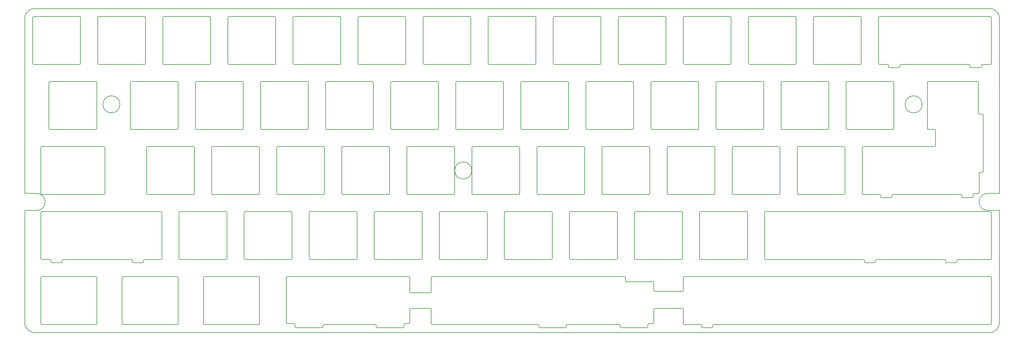
<source format=gbr>
G04 #@! TF.GenerationSoftware,KiCad,Pcbnew,(5.1.4)-1*
G04 #@! TF.CreationDate,2020-11-16T22:26:03-05:00*
G04 #@! TF.ProjectId,DZ60 FR4 Plate,445a3630-2046-4523-9420-506c6174652e,rev?*
G04 #@! TF.SameCoordinates,Original*
G04 #@! TF.FileFunction,Profile,NP*
%FSLAX46Y46*%
G04 Gerber Fmt 4.6, Leading zero omitted, Abs format (unit mm)*
G04 Created by KiCad (PCBNEW (5.1.4)-1) date 2020-11-16 22:26:03*
%MOMM*%
%LPD*%
G04 APERTURE LIST*
%ADD10C,0.200000*%
G04 APERTURE END LIST*
D10*
X279801000Y47191099D02*
X280450000Y47191099D01*
X282001622Y35991400D02*
X285470000Y35991400D01*
X282001622Y40991000D02*
X285470000Y40991000D01*
X112513000Y16593000D02*
G75*
G02X112813000Y16293000I0J-300000D01*
G01*
X76976999Y2822219D02*
G75*
G02X76676999Y3122219I0J300000D01*
G01*
X76676999Y16293000D02*
G75*
G02X76976999Y16593000I300000J0D01*
G01*
X278980000Y73742899D02*
G75*
G02X279280000Y73442899I0J-300000D01*
G01*
X278069000Y73742900D02*
X278980000Y73742899D01*
X279279999Y72193000D02*
X279280000Y73442899D01*
X149483000Y16593000D02*
X157512000Y16593000D01*
X250376000Y40690799D02*
G75*
G02X250676000Y40390799I0J-300000D01*
G01*
X245321000Y54391500D02*
G75*
G02X245621000Y54691500I300000J0D01*
G01*
X245621000Y40690799D02*
G75*
G02X245321000Y40990799I0J300000D01*
G01*
X245621000Y54691499D02*
X248127000Y54691499D01*
X245621000Y40690799D02*
X250376000Y40690799D01*
X245321000Y47691149D02*
X245321000Y40990799D01*
X245321000Y47691149D02*
X245321000Y54391500D01*
X104238000Y16593000D02*
X112513000Y16593000D01*
X112813000Y14822600D02*
X112813000Y16293000D01*
X76676999Y11592500D02*
X76676999Y9392280D01*
X86076200Y16593000D02*
X76976999Y16593000D01*
X76676999Y11592500D02*
X76676999Y16293000D01*
X76676999Y9392280D02*
X76676999Y3122220D01*
X77801000Y2822220D02*
X76976999Y2822220D01*
X257524999Y54691499D02*
X248127000Y54691499D01*
X230446000Y21642199D02*
X236095000Y21642100D01*
X230446000Y35642900D02*
X236095000Y35642900D01*
X282001622Y35991400D02*
G75*
G02X282001622Y40991000I-31622J2499800D01*
G01*
X262832000Y67090599D02*
G75*
G03X262832000Y67090599I-2500000J0D01*
G01*
X130984000Y47690450D02*
G75*
G03X130984000Y47690450I-2500000J0D01*
G01*
X27982650Y67091300D02*
G75*
G03X27982650Y67091300I-2500000J0D01*
G01*
X3529295Y40990999D02*
G75*
G02X3595300Y35991889I66695J-2499110D01*
G01*
X3595300Y35991889D02*
X3595299Y35991400D01*
X82226700Y1621949D02*
X84283300Y1621949D01*
X106025000Y1621950D02*
X108089000Y1621950D01*
X177464000Y1621950D02*
X179408000Y1621950D01*
X153663000Y1621950D02*
X155726000Y1621950D01*
X279580000Y64217899D02*
G75*
G02X279280000Y64517899I0J300000D01*
G01*
X279280000Y66041900D02*
X279280000Y64517899D01*
X274175000Y40692199D02*
G75*
G02X274475000Y40392199I0J-300000D01*
G01*
X270925000Y40692200D02*
X274175000Y40692199D01*
X192930999Y12592100D02*
G75*
G02X192630999Y12292100I-300000J0D01*
G01*
X184552000Y12292099D02*
G75*
G02X184251999Y12592100I0J300001D01*
G01*
X190783000Y12292100D02*
X184552000Y12292100D01*
X190783000Y12292100D02*
X192630999Y12292100D01*
X253974000Y40392200D02*
G75*
G02X254274000Y40692200I300000J0D01*
G01*
X257225000Y40692200D02*
X254274000Y40692200D01*
X257524999Y40692200D02*
X257225000Y40692200D01*
X250381000Y78792199D02*
G75*
G02X250081000Y79092199I0J300000D01*
G01*
X252756000Y78792199D02*
G75*
G02X253056000Y78492199I0J-300000D01*
G01*
X253356000Y77822099D02*
G75*
G02X253055999Y78122100I0J300001D01*
G01*
X256357000Y78122100D02*
G75*
G02X256057000Y77822100I-300000J0D01*
G01*
X256356999Y78492199D02*
G75*
G02X256656999Y78792199I300000J0D01*
G01*
X276556000Y78792199D02*
G75*
G02X276856000Y78492199I0J-300000D01*
G01*
X277156000Y77822100D02*
G75*
G02X276856000Y78122100I0J300000D01*
G01*
X280157000Y78122100D02*
G75*
G02X279857000Y77822100I-300000J0D01*
G01*
X280157000Y78492199D02*
G75*
G02X280457000Y78792199I300000J0D01*
G01*
X283132000Y79092199D02*
G75*
G02X282832000Y78792199I-300000J0D01*
G01*
X282832000Y92792900D02*
G75*
G02X283132000Y92492900I0J-300000D01*
G01*
X250081000Y92492900D02*
G75*
G02X250381000Y92792900I300000J0D01*
G01*
X266750999Y54991500D02*
G75*
G02X266450999Y54691500I-300000J0D01*
G01*
X266450999Y59742200D02*
G75*
G02X266750999Y59442200I0J-300000D01*
G01*
X264670000Y59742200D02*
G75*
G02X264370000Y60042200I0J300000D01*
G01*
X264370000Y73442899D02*
G75*
G02X264670000Y73742899I300000J0D01*
G01*
X280450000Y64217900D02*
G75*
G02X280750000Y63917900I0J-300000D01*
G01*
X280750000Y47491099D02*
G75*
G02X280450000Y47191099I-300000J0D01*
G01*
X280750000Y50217200D02*
X280750000Y47491099D01*
X279501000Y46891100D02*
G75*
G02X279801000Y47191100I300000J0D01*
G01*
X279501000Y41222199D02*
G75*
G02X279201000Y40922199I-300000J0D01*
G01*
X277775000Y40622199D02*
G75*
G02X278075000Y40922199I300000J0D01*
G01*
X277775000Y40022099D02*
G75*
G02X277475000Y39722099I-300000J0D01*
G01*
X274775000Y39722098D02*
G75*
G02X274474999Y40022099I0J300001D01*
G01*
X253974000Y40022099D02*
G75*
G02X253674000Y39722099I-300000J0D01*
G01*
X250976000Y39722099D02*
G75*
G02X250676000Y40022099I0J300000D01*
G01*
X245614000Y21642100D02*
G75*
G02X245914000Y21342100I0J-300000D01*
G01*
X246214000Y20672000D02*
G75*
G02X245914000Y20972000I0J300000D01*
G01*
X249213000Y20972000D02*
G75*
G02X248913000Y20672000I-300000J0D01*
G01*
X249213000Y21342100D02*
G75*
G02X249513000Y21642100I300000J0D01*
G01*
X269412000Y21642100D02*
G75*
G02X269712000Y21342100I0J-300000D01*
G01*
X270012000Y20672000D02*
G75*
G02X269712000Y20972000I0J300000D01*
G01*
X273013000Y20972000D02*
G75*
G02X272713000Y20672000I-300000J0D01*
G01*
X273013000Y21342100D02*
G75*
G02X273313000Y21642100I300000J0D01*
G01*
X283132000Y21942100D02*
G75*
G02X282832000Y21642100I-300000J0D01*
G01*
X282832000Y35642900D02*
G75*
G02X283132000Y35342900I0J-300000D01*
G01*
X78926100Y2822219D02*
G75*
G02X79226100Y2522219I0J-300000D01*
G01*
X79526099Y1621950D02*
G75*
G02X79226099Y1921950I0J300000D01*
G01*
X87407799Y1921950D02*
G75*
G02X87107799Y1621950I-300000J0D01*
G01*
X87407800Y2292089D02*
G75*
G02X87707800Y2592089I300000J0D01*
G01*
X102726000Y2592089D02*
G75*
G02X103026000Y2292089I0J-300000D01*
G01*
X103326000Y1621950D02*
G75*
G02X103026000Y1921950I0J300000D01*
G01*
X111088000Y1921950D02*
G75*
G02X110788000Y1621950I-300000J0D01*
G01*
X111088000Y2522219D02*
G75*
G02X111388000Y2822219I300000J0D01*
G01*
X112813000Y3122219D02*
G75*
G02X112513000Y2822219I-300000J0D01*
G01*
X112813000Y6992589D02*
G75*
G02X113113000Y7292589I300000J0D01*
G01*
X118814000Y7292588D02*
G75*
G02X119113999Y6992589I0J-299999D01*
G01*
X119414000Y2592089D02*
G75*
G02X119114000Y2892089I0J300000D01*
G01*
X150363998Y2592089D02*
G75*
G02X150663999Y2292090I1J-300000D01*
G01*
X150964001Y1621950D02*
G75*
G02X150664000Y1921949I-1J300000D01*
G01*
X149783000Y2592090D02*
X150363999Y2592090D01*
X158727000Y1921950D02*
G75*
G02X158427000Y1621950I-300000J0D01*
G01*
X158727000Y2292089D02*
G75*
G02X159027000Y2592089I300000J0D01*
G01*
X174162000Y2592089D02*
G75*
G02X174462000Y2292089I0J-300000D01*
G01*
X174762000Y1621950D02*
G75*
G02X174462000Y1921950I0J300000D01*
G01*
X182527000Y1921950D02*
G75*
G02X182227000Y1621950I-300000J0D01*
G01*
X182527000Y2522219D02*
G75*
G02X182827000Y2822219I300000J0D01*
G01*
X184252000Y3122219D02*
G75*
G02X183952000Y2822219I-300000J0D01*
G01*
X184252000Y6992589D02*
G75*
G02X184552000Y7292589I300000J0D01*
G01*
X192630999Y7292589D02*
G75*
G02X192930999Y6992589I0J-300000D01*
G01*
X193231000Y2592088D02*
G75*
G02X192930999Y2892089I0J300001D01*
G01*
X197982999Y2592089D02*
G75*
G02X198282999Y2292089I0J-300000D01*
G01*
X198583000Y1621950D02*
G75*
G02X198283000Y1921950I0J300000D01*
G01*
X201581000Y1921949D02*
G75*
G02X201281000Y1621949I-300000J0D01*
G01*
X201581000Y2292089D02*
G75*
G02X201881000Y2592089I300000J0D01*
G01*
X283132000Y2892089D02*
G75*
G02X282832000Y2592089I-300000J0D01*
G01*
X282832000Y16593000D02*
G75*
G02X283132000Y16293000I0J-300000D01*
G01*
X192931000Y16293000D02*
G75*
G02X193231000Y16593000I300000J0D01*
G01*
X183952000Y15122600D02*
G75*
G02X184252000Y14822600I0J-300000D01*
G01*
X176277000Y15122599D02*
G75*
G02X175976999Y15422600I0J300001D01*
G01*
X175677000Y16593000D02*
G75*
G02X175977000Y16293000I0J-300000D01*
G01*
X119114000Y16293000D02*
G75*
G02X119414000Y16593000I300000J0D01*
G01*
X119114000Y12192500D02*
G75*
G02X118814000Y11892500I-300000J0D01*
G01*
X113113000Y11892500D02*
G75*
G02X112813000Y12192500I0J300000D01*
G01*
X52738699Y2592089D02*
G75*
G02X52438699Y2892089I0J300000D01*
G01*
X68819199Y2892089D02*
G75*
G02X68519199Y2592089I-300000J0D01*
G01*
X68519199Y16593000D02*
G75*
G02X68819199Y16293000I0J-300000D01*
G01*
X52438699Y16293000D02*
G75*
G02X52738699Y16593000I300000J0D01*
G01*
X28926000Y2592088D02*
G75*
G02X28625999Y2892089I0J300001D01*
G01*
X45006700Y2892089D02*
G75*
G02X44706700Y2592089I-300000J0D01*
G01*
X44706700Y16593000D02*
G75*
G02X45006700Y16293000I0J-300000D01*
G01*
X28626000Y16293000D02*
G75*
G02X28926000Y16593000I300000J0D01*
G01*
X20895600Y16593000D02*
G75*
G02X21195600Y16293000I0J-300000D01*
G01*
X21195600Y2892089D02*
G75*
G02X20895600Y2592089I-300000J0D01*
G01*
X5113480Y2592089D02*
G75*
G02X4813480Y2892089I0J300000D01*
G01*
X4813480Y16293000D02*
G75*
G02X5113480Y16593000I300000J0D01*
G01*
X39944200Y35642900D02*
G75*
G02X40244200Y35342900I0J-300000D01*
G01*
X40244200Y21942100D02*
G75*
G02X39944200Y21642100I-300000J0D01*
G01*
X34887800Y21342100D02*
G75*
G02X35187800Y21642100I300000J0D01*
G01*
X34887800Y20972000D02*
G75*
G02X34587800Y20672000I-300000J0D01*
G01*
X31887400Y20672000D02*
G75*
G02X31587400Y20972000I0J300000D01*
G01*
X31287400Y21642100D02*
G75*
G02X31587400Y21342100I0J-300000D01*
G01*
X11087700Y21342100D02*
G75*
G02X11387700Y21642100I300000J0D01*
G01*
X11087700Y20972000D02*
G75*
G02X10787700Y20672000I-300000J0D01*
G01*
X8088660Y20672000D02*
G75*
G02X7788660Y20972000I0J300000D01*
G01*
X7488660Y21642100D02*
G75*
G02X7788660Y21342100I0J-300000D01*
G01*
X5113480Y21642100D02*
G75*
G02X4813480Y21942100I0J300000D01*
G01*
X4813480Y35342900D02*
G75*
G02X5113480Y35642900I300000J0D01*
G01*
X23576800Y40992199D02*
G75*
G02X23276800Y40692199I-300000J0D01*
G01*
X23276800Y54691500D02*
G75*
G02X23576800Y54391500I0J-300000D01*
G01*
X4813480Y54391500D02*
G75*
G02X5113480Y54691500I300000J0D01*
G01*
X5113480Y40692199D02*
G75*
G02X4813480Y40992199I0J300000D01*
G01*
X217045140Y21642199D02*
G75*
G02X216745140Y21942199I0J300000D01*
G01*
X216745140Y21942199D02*
X216745140Y35342900D01*
X230446000Y21642199D02*
X217045140Y21642199D01*
X216745140Y35342900D02*
G75*
G02X217045140Y35642900I300000J0D01*
G01*
X217045140Y35642900D02*
X230446000Y35642900D01*
X197993140Y21642199D02*
G75*
G02X197693140Y21942199I0J300000D01*
G01*
X197693140Y21942199D02*
X197693140Y35342900D01*
X211694000Y21942199D02*
G75*
G02X211394000Y21642199I-300000J0D01*
G01*
X211394000Y21642199D02*
X197993140Y21642199D01*
X211394000Y35642900D02*
G75*
G02X211694000Y35342900I0J-300000D01*
G01*
X211694000Y35342900D02*
X211694000Y21942199D01*
X197693140Y35342900D02*
G75*
G02X197993140Y35642900I300000J0D01*
G01*
X197993140Y35642900D02*
X211394000Y35642900D01*
X178945140Y21642199D02*
G75*
G02X178645140Y21942199I0J300000D01*
G01*
X178645140Y21942199D02*
X178645140Y35342900D01*
X192646000Y21942199D02*
G75*
G02X192346000Y21642199I-300000J0D01*
G01*
X192346000Y21642199D02*
X178945140Y21642199D01*
X192346000Y35642900D02*
G75*
G02X192646000Y35342900I0J-300000D01*
G01*
X192646000Y35342900D02*
X192646000Y21942199D01*
X178645140Y35342900D02*
G75*
G02X178945140Y35642900I300000J0D01*
G01*
X178945140Y35642900D02*
X192346000Y35642900D01*
X159895139Y21642199D02*
G75*
G02X159595139Y21942199I0J300000D01*
G01*
X159595140Y21942199D02*
X159595140Y35342900D01*
X173596000Y21942199D02*
G75*
G02X173296000Y21642199I-300000J0D01*
G01*
X173296000Y21642199D02*
X159895139Y21642199D01*
X173296000Y35642900D02*
G75*
G02X173596000Y35342900I0J-300000D01*
G01*
X173595999Y35342900D02*
X173595999Y21942199D01*
X159595139Y35342900D02*
G75*
G02X159895139Y35642900I300000J0D01*
G01*
X159895139Y35642900D02*
X173296000Y35642900D01*
X140843140Y21642199D02*
G75*
G02X140543140Y21942199I0J300000D01*
G01*
X140543140Y21942199D02*
X140543140Y35342900D01*
X154544000Y21942199D02*
G75*
G02X154244000Y21642199I-300000J0D01*
G01*
X154244000Y21642199D02*
X140843140Y21642199D01*
X154244000Y35642900D02*
G75*
G02X154544000Y35342900I0J-300000D01*
G01*
X154544000Y35342900D02*
X154544000Y21942199D01*
X140543140Y35342900D02*
G75*
G02X140843140Y35642900I300000J0D01*
G01*
X140843140Y35642900D02*
X154244000Y35642900D01*
X121795140Y21642199D02*
G75*
G02X121495140Y21942199I0J300000D01*
G01*
X121495140Y21942199D02*
X121495140Y35342900D01*
X135496000Y21942199D02*
G75*
G02X135196000Y21642199I-300000J0D01*
G01*
X135196000Y21642199D02*
X121795140Y21642199D01*
X135196000Y35642900D02*
G75*
G02X135496000Y35342900I0J-300000D01*
G01*
X135496000Y35342900D02*
X135496000Y21942199D01*
X121495140Y35342900D02*
G75*
G02X121795140Y35642900I300000J0D01*
G01*
X121795140Y35642900D02*
X135196000Y35642900D01*
X102743140Y21642199D02*
G75*
G02X102443140Y21942199I0J300000D01*
G01*
X102443140Y21942199D02*
X102443140Y35342900D01*
X116444000Y21942199D02*
G75*
G02X116144000Y21642199I-300000J0D01*
G01*
X116144000Y21642199D02*
X102743140Y21642199D01*
X116144000Y35642900D02*
G75*
G02X116444000Y35342900I0J-300000D01*
G01*
X116444000Y35342900D02*
X116444000Y21942199D01*
X102443140Y35342900D02*
G75*
G02X102743140Y35642900I300000J0D01*
G01*
X102743140Y35642900D02*
X116144000Y35642900D01*
X83694740Y21642199D02*
G75*
G02X83394740Y21942199I0J300000D01*
G01*
X83394740Y21942199D02*
X83394740Y35342900D01*
X97395600Y21942199D02*
G75*
G02X97095600Y21642199I-300000J0D01*
G01*
X97095600Y21642199D02*
X83694740Y21642199D01*
X97095600Y35642900D02*
G75*
G02X97395600Y35342900I0J-300000D01*
G01*
X97395600Y35342900D02*
X97395600Y21942199D01*
X83394740Y35342900D02*
G75*
G02X83694740Y35642900I300000J0D01*
G01*
X83694740Y35642900D02*
X97095600Y35642900D01*
X64644740Y21642199D02*
G75*
G02X64344740Y21942199I0J300000D01*
G01*
X64344740Y21942199D02*
X64344740Y35342900D01*
X78345600Y21942199D02*
G75*
G02X78045600Y21642199I-300000J0D01*
G01*
X78045600Y21642199D02*
X64644740Y21642199D01*
X78045600Y35642900D02*
G75*
G02X78345600Y35342900I0J-300000D01*
G01*
X78345600Y35342900D02*
X78345600Y21942199D01*
X64344740Y35342900D02*
G75*
G02X64644740Y35642900I300000J0D01*
G01*
X64644740Y35642900D02*
X78045600Y35642900D01*
X45594739Y21642199D02*
G75*
G02X45294739Y21942199I0J300000D01*
G01*
X45294739Y21942199D02*
X45294739Y35342900D01*
X59295600Y21942199D02*
G75*
G02X58995600Y21642199I-300000J0D01*
G01*
X58995600Y21642199D02*
X45594740Y21642199D01*
X58995600Y35642900D02*
G75*
G02X59295600Y35342900I0J-300000D01*
G01*
X59295599Y35342900D02*
X59295599Y21942199D01*
X45294739Y35342900D02*
G75*
G02X45594739Y35642900I300000J0D01*
G01*
X45594739Y35642900D02*
X58995600Y35642900D01*
X36069740Y40690799D02*
G75*
G02X35769740Y40990799I0J300000D01*
G01*
X35769740Y40990799D02*
X35769740Y54391500D01*
X49770600Y40990799D02*
G75*
G02X49470600Y40690799I-300000J0D01*
G01*
X49470600Y40690799D02*
X36069740Y40690799D01*
X49470600Y54691499D02*
G75*
G02X49770599Y54391500I0J-299999D01*
G01*
X49770600Y54391500D02*
X49770600Y40990799D01*
X35769740Y54391500D02*
G75*
G02X36069740Y54691500I300000J0D01*
G01*
X36069740Y54691499D02*
X49470600Y54691499D01*
X55118340Y40690799D02*
G75*
G02X54818340Y40990799I0J300000D01*
G01*
X54818340Y40990799D02*
X54818340Y54391500D01*
X68819199Y40990799D02*
G75*
G02X68519199Y40690799I-300000J0D01*
G01*
X68519199Y40690799D02*
X55118340Y40690799D01*
X68519199Y54691500D02*
G75*
G02X68819199Y54391500I0J-300000D01*
G01*
X68819200Y54391500D02*
X68819200Y40990799D01*
X54818340Y54391500D02*
G75*
G02X55118340Y54691500I300000J0D01*
G01*
X55118340Y54691499D02*
X68519199Y54691499D01*
X74168340Y40690799D02*
G75*
G02X73868340Y40990799I0J300000D01*
G01*
X73868340Y40990799D02*
X73868340Y54391500D01*
X87869200Y40990799D02*
G75*
G02X87569200Y40690799I-300000J0D01*
G01*
X87569200Y40690799D02*
X74168340Y40690799D01*
X87569200Y54691499D02*
G75*
G02X87869199Y54391500I0J-299999D01*
G01*
X87869200Y54391500D02*
X87869200Y40990799D01*
X73868340Y54391500D02*
G75*
G02X74168340Y54691500I300000J0D01*
G01*
X74168340Y54691499D02*
X87569200Y54691499D01*
X93218140Y40690799D02*
G75*
G02X92918140Y40990799I0J300000D01*
G01*
X92918140Y40990799D02*
X92918140Y54391500D01*
X106919000Y40990799D02*
G75*
G02X106619000Y40690799I-300000J0D01*
G01*
X106619000Y40690799D02*
X93218140Y40690799D01*
X106619000Y54691500D02*
G75*
G02X106919000Y54391500I0J-300000D01*
G01*
X106919000Y54391500D02*
X106919000Y40990799D01*
X92918140Y54391500D02*
G75*
G02X93218140Y54691500I300000J0D01*
G01*
X93218140Y54691499D02*
X106619000Y54691499D01*
X112270140Y40690799D02*
G75*
G02X111970140Y40990799I0J300000D01*
G01*
X111970140Y40990799D02*
X111970140Y54391500D01*
X125971000Y40990799D02*
G75*
G02X125671000Y40690799I-300000J0D01*
G01*
X125671000Y40690799D02*
X112270140Y40690799D01*
X125671000Y54691500D02*
G75*
G02X125971000Y54391500I0J-300000D01*
G01*
X125971000Y54391500D02*
X125971000Y40990799D01*
X111970140Y54391500D02*
G75*
G02X112270140Y54691500I300000J0D01*
G01*
X112270140Y54691499D02*
X125671000Y54691499D01*
X131318140Y40690798D02*
G75*
G02X131018139Y40990799I0J300001D01*
G01*
X131018139Y40990799D02*
X131018139Y54391500D01*
X145019000Y40990799D02*
G75*
G02X144719000Y40690799I-300000J0D01*
G01*
X144719000Y40690799D02*
X131318140Y40690799D01*
X144719000Y54691500D02*
G75*
G02X145019000Y54391500I0J-300000D01*
G01*
X145019000Y54391500D02*
X145019000Y40990799D01*
X131018140Y54391500D02*
G75*
G02X131318140Y54691500I300000J0D01*
G01*
X131318140Y54691499D02*
X144719000Y54691499D01*
X150368140Y40690799D02*
G75*
G02X150068140Y40990799I0J300000D01*
G01*
X150068140Y40990799D02*
X150068140Y54391500D01*
X164069000Y40990799D02*
G75*
G02X163769000Y40690799I-300000J0D01*
G01*
X163769000Y40690799D02*
X150368140Y40690799D01*
X163769000Y54691500D02*
G75*
G02X164069000Y54391500I0J-300000D01*
G01*
X164069000Y54391500D02*
X164069000Y40990799D01*
X150068140Y54391500D02*
G75*
G02X150368140Y54691500I300000J0D01*
G01*
X150368140Y54691499D02*
X163769000Y54691499D01*
X169420140Y40690799D02*
G75*
G02X169120140Y40990799I0J300000D01*
G01*
X169120140Y40990799D02*
X169120140Y54391500D01*
X183120999Y40990799D02*
G75*
G02X182820999Y40690799I-300000J0D01*
G01*
X182820999Y40690799D02*
X169420140Y40690799D01*
X182820999Y54691500D02*
G75*
G02X183120999Y54391500I0J-300000D01*
G01*
X183121000Y54391500D02*
X183121000Y40990799D01*
X169120140Y54391500D02*
G75*
G02X169420140Y54691500I300000J0D01*
G01*
X169420140Y54691499D02*
X182820999Y54691499D01*
X188468140Y40690799D02*
G75*
G02X188168140Y40990799I0J300000D01*
G01*
X188168140Y40990799D02*
X188168140Y54391500D01*
X202169000Y40990799D02*
G75*
G02X201869000Y40690799I-300000J0D01*
G01*
X201869000Y40690799D02*
X188468140Y40690799D01*
X201869000Y54691500D02*
G75*
G02X202169000Y54391500I0J-300000D01*
G01*
X202169000Y54391500D02*
X202169000Y40990799D01*
X188168140Y54391500D02*
G75*
G02X188468140Y54691500I300000J0D01*
G01*
X188468140Y54691499D02*
X201869000Y54691499D01*
X207520140Y40690799D02*
G75*
G02X207220140Y40990799I0J300000D01*
G01*
X207220140Y40990799D02*
X207220140Y54391500D01*
X221221000Y40990799D02*
G75*
G02X220921000Y40690799I-300000J0D01*
G01*
X220921000Y40690799D02*
X207520140Y40690799D01*
X220921000Y54691500D02*
G75*
G02X221221000Y54391500I0J-300000D01*
G01*
X221221000Y54391500D02*
X221221000Y40990799D01*
X207220140Y54391500D02*
G75*
G02X207520140Y54691500I300000J0D01*
G01*
X207520140Y54691499D02*
X220921000Y54691499D01*
X226570140Y40690799D02*
G75*
G02X226270140Y40990799I0J300000D01*
G01*
X226270140Y40990799D02*
X226270140Y54391500D01*
X240271000Y40990799D02*
G75*
G02X239971000Y40690799I-300000J0D01*
G01*
X239971000Y40690799D02*
X226570140Y40690799D01*
X239971000Y54691500D02*
G75*
G02X240271000Y54391500I0J-300000D01*
G01*
X240271000Y54391500D02*
X240271000Y40990799D01*
X226270140Y54391500D02*
G75*
G02X226570140Y54691500I300000J0D01*
G01*
X226570140Y54691499D02*
X239971000Y54691499D01*
X240856140Y59742200D02*
G75*
G02X240556140Y60042200I0J300000D01*
G01*
X240556140Y60042200D02*
X240556140Y73442899D01*
X254557000Y60042200D02*
G75*
G02X254257000Y59742200I-300000J0D01*
G01*
X254257000Y59742199D02*
X240856140Y59742199D01*
X254257000Y73742899D02*
G75*
G02X254557000Y73442899I0J-300000D01*
G01*
X254557000Y73442899D02*
X254557000Y60042200D01*
X240556140Y73442899D02*
G75*
G02X240856140Y73742899I300000J0D01*
G01*
X240856140Y73742900D02*
X254257000Y73742900D01*
X221807140Y59742200D02*
G75*
G02X221507140Y60042200I0J300000D01*
G01*
X221507140Y60042200D02*
X221507140Y73442899D01*
X235508000Y60042200D02*
G75*
G02X235208000Y59742200I-300000J0D01*
G01*
X235208000Y59742199D02*
X221807140Y59742199D01*
X235208000Y73742899D02*
G75*
G02X235508000Y73442899I0J-300000D01*
G01*
X235508000Y73442899D02*
X235508000Y60042200D01*
X221507140Y73442899D02*
G75*
G02X221807140Y73742899I300000J0D01*
G01*
X221807140Y73742900D02*
X235208000Y73742900D01*
X202756140Y59742199D02*
G75*
G02X202456139Y60042200I0J300001D01*
G01*
X202456140Y60042200D02*
X202456140Y73442899D01*
X216457000Y60042200D02*
G75*
G02X216157000Y59742200I-300000J0D01*
G01*
X216157000Y59742199D02*
X202756140Y59742199D01*
X216157000Y73742899D02*
G75*
G02X216457000Y73442899I0J-300000D01*
G01*
X216457000Y73442899D02*
X216457000Y60042200D01*
X202456140Y73442899D02*
G75*
G02X202756140Y73742899I300000J0D01*
G01*
X202756140Y73742900D02*
X216157000Y73742900D01*
X183707140Y59742200D02*
G75*
G02X183407140Y60042200I0J300000D01*
G01*
X183407140Y60042200D02*
X183407140Y73442899D01*
X197408000Y60042200D02*
G75*
G02X197108000Y59742200I-300000J0D01*
G01*
X197108000Y59742199D02*
X183707140Y59742199D01*
X197108000Y73742899D02*
G75*
G02X197408000Y73442899I0J-300000D01*
G01*
X197408000Y73442899D02*
X197408000Y60042200D01*
X183407140Y73442899D02*
G75*
G02X183707140Y73742899I300000J0D01*
G01*
X183707140Y73742900D02*
X197108000Y73742900D01*
X164657140Y59742200D02*
G75*
G02X164357140Y60042200I0J300000D01*
G01*
X164357140Y60042200D02*
X164357140Y73442899D01*
X178358000Y60042200D02*
G75*
G02X178058000Y59742200I-300000J0D01*
G01*
X178058000Y59742199D02*
X164657140Y59742199D01*
X178058000Y73742899D02*
G75*
G02X178358000Y73442899I0J-300000D01*
G01*
X178358000Y73442899D02*
X178358000Y60042200D01*
X164357140Y73442899D02*
G75*
G02X164657140Y73742899I300000J0D01*
G01*
X164657140Y73742900D02*
X178058000Y73742900D01*
X145606140Y59742200D02*
G75*
G02X145306140Y60042200I0J300000D01*
G01*
X145306140Y60042200D02*
X145306140Y73442899D01*
X159307000Y60042200D02*
G75*
G02X159007000Y59742200I-300000J0D01*
G01*
X159007000Y59742199D02*
X145606140Y59742199D01*
X159007000Y73742899D02*
G75*
G02X159307000Y73442899I0J-300000D01*
G01*
X159307000Y73442899D02*
X159307000Y60042200D01*
X145306140Y73442899D02*
G75*
G02X145606140Y73742899I300000J0D01*
G01*
X145606140Y73742900D02*
X159007000Y73742900D01*
X126557140Y59742200D02*
G75*
G02X126257140Y60042200I0J300000D01*
G01*
X126257140Y60042200D02*
X126257140Y73442899D01*
X140258000Y60042200D02*
G75*
G02X139958000Y59742200I-300000J0D01*
G01*
X139958000Y59742199D02*
X126557140Y59742199D01*
X139958000Y73742899D02*
G75*
G02X140258000Y73442899I0J-300000D01*
G01*
X140258000Y73442899D02*
X140258000Y60042200D01*
X126257140Y73442899D02*
G75*
G02X126557140Y73742899I300000J0D01*
G01*
X126557140Y73742900D02*
X139958000Y73742900D01*
X107506140Y59742200D02*
G75*
G02X107206140Y60042200I0J300000D01*
G01*
X107206140Y60042200D02*
X107206140Y73442899D01*
X121207000Y60042200D02*
G75*
G02X120907000Y59742200I-300000J0D01*
G01*
X120907000Y59742199D02*
X107506140Y59742199D01*
X120907000Y73742899D02*
G75*
G02X121207000Y73442899I0J-300000D01*
G01*
X121207000Y73442899D02*
X121207000Y60042200D01*
X107206140Y73442899D02*
G75*
G02X107506140Y73742899I300000J0D01*
G01*
X107506140Y73742900D02*
X120907000Y73742900D01*
X88457140Y59742200D02*
G75*
G02X88157140Y60042200I0J300000D01*
G01*
X88157139Y60042200D02*
X88157139Y73442899D01*
X102158000Y60042200D02*
G75*
G02X101858000Y59742200I-300000J0D01*
G01*
X101858000Y59742199D02*
X88457140Y59742199D01*
X101858000Y73742899D02*
G75*
G02X102158000Y73442899I0J-300000D01*
G01*
X102158000Y73442899D02*
X102158000Y60042200D01*
X88157140Y73442899D02*
G75*
G02X88457140Y73742899I300000J0D01*
G01*
X88457140Y73742900D02*
X101858000Y73742900D01*
X69407240Y59742200D02*
G75*
G02X69107240Y60042200I0J300000D01*
G01*
X69107239Y60042200D02*
X69107239Y73442899D01*
X83108100Y60042200D02*
G75*
G02X82808100Y59742200I-300000J0D01*
G01*
X82808100Y59742199D02*
X69407240Y59742199D01*
X82808100Y73742899D02*
G75*
G02X83108100Y73442899I0J-300000D01*
G01*
X83108100Y73442899D02*
X83108100Y60042200D01*
X69107240Y73442899D02*
G75*
G02X69407240Y73742899I300000J0D01*
G01*
X69407240Y73742900D02*
X82808100Y73742900D01*
X50357240Y59742200D02*
G75*
G02X50057240Y60042200I0J300000D01*
G01*
X50057240Y60042200D02*
X50057240Y73442899D01*
X64058100Y60042200D02*
G75*
G02X63758100Y59742200I-300000J0D01*
G01*
X63758100Y59742199D02*
X50357240Y59742199D01*
X63758100Y73742898D02*
G75*
G02X64058099Y73442899I0J-299999D01*
G01*
X64058099Y73442899D02*
X64058099Y60042200D01*
X50057240Y73442899D02*
G75*
G02X50357240Y73742899I300000J0D01*
G01*
X50357240Y73742900D02*
X63758100Y73742900D01*
X31305840Y59742200D02*
G75*
G02X31005840Y60042200I0J300000D01*
G01*
X31005840Y60042200D02*
X31005840Y73442899D01*
X45006700Y60042200D02*
G75*
G02X44706700Y59742200I-300000J0D01*
G01*
X44706700Y59742199D02*
X31305840Y59742199D01*
X44706700Y73742898D02*
G75*
G02X45006699Y73442899I0J-299999D01*
G01*
X45006700Y73442899D02*
X45006700Y60042200D01*
X31005840Y73442899D02*
G75*
G02X31305840Y73742899I300000J0D01*
G01*
X31305840Y73742900D02*
X44706700Y73742900D01*
X7494739Y59742200D02*
G75*
G02X7194739Y60042200I0J300000D01*
G01*
X7194739Y60042200D02*
X7194739Y73442899D01*
X21195600Y60042200D02*
G75*
G02X20895600Y59742200I-300000J0D01*
G01*
X20895600Y59742199D02*
X7494739Y59742199D01*
X20895600Y73742899D02*
G75*
G02X21195600Y73442899I0J-300000D01*
G01*
X21195600Y73442899D02*
X21195600Y60042200D01*
X7194739Y73442899D02*
G75*
G02X7494739Y73742899I300000J0D01*
G01*
X7494739Y73742900D02*
X20895600Y73742900D01*
X231332140Y78792199D02*
G75*
G02X231032140Y79092199I0J300000D01*
G01*
X231032140Y79092199D02*
X231032140Y92492900D01*
X245033000Y79092199D02*
G75*
G02X244733000Y78792199I-300000J0D01*
G01*
X244733000Y78792200D02*
X231332140Y78792200D01*
X244733000Y92792900D02*
G75*
G02X245033000Y92492900I0J-300000D01*
G01*
X245033000Y92492900D02*
X245033000Y79092199D01*
X231032140Y92492900D02*
G75*
G02X231332140Y92792900I300000J0D01*
G01*
X231332140Y92792900D02*
X244733000Y92792900D01*
X212282140Y78792199D02*
G75*
G02X211982140Y79092199I0J300000D01*
G01*
X211982140Y79092199D02*
X211982140Y92492900D01*
X225983000Y79092199D02*
G75*
G02X225683000Y78792199I-300000J0D01*
G01*
X225683000Y78792200D02*
X212282140Y78792200D01*
X225683000Y92792900D02*
G75*
G02X225983000Y92492900I0J-300000D01*
G01*
X225983000Y92492900D02*
X225983000Y79092199D01*
X211982140Y92492900D02*
G75*
G02X212282140Y92792900I300000J0D01*
G01*
X212282140Y92792900D02*
X225683000Y92792900D01*
X193231140Y78792199D02*
G75*
G02X192931140Y79092199I0J300000D01*
G01*
X192931140Y79092199D02*
X192931140Y92492900D01*
X206932000Y79092199D02*
G75*
G02X206632000Y78792199I-300000J0D01*
G01*
X206632000Y78792200D02*
X193231140Y78792200D01*
X206632000Y92792900D02*
G75*
G02X206932000Y92492900I0J-300000D01*
G01*
X206932000Y92492900D02*
X206932000Y79092199D01*
X192931140Y92492900D02*
G75*
G02X193231140Y92792900I300000J0D01*
G01*
X193231140Y92792900D02*
X206632000Y92792900D01*
X174182140Y78792199D02*
G75*
G02X173882140Y79092199I0J300000D01*
G01*
X173882140Y79092199D02*
X173882140Y92492900D01*
X187882999Y79092199D02*
G75*
G02X187582999Y78792199I-300000J0D01*
G01*
X187582999Y78792200D02*
X174182140Y78792200D01*
X187582999Y92792900D02*
G75*
G02X187882999Y92492900I0J-300000D01*
G01*
X187882999Y92492900D02*
X187882999Y79092199D01*
X173882140Y92492900D02*
G75*
G02X174182140Y92792900I300000J0D01*
G01*
X174182140Y92792900D02*
X187582999Y92792900D01*
X155131140Y78792198D02*
G75*
G02X154831139Y79092199I0J300001D01*
G01*
X154831140Y79092199D02*
X154831140Y92492900D01*
X168832000Y79092199D02*
G75*
G02X168532000Y78792199I-300000J0D01*
G01*
X168532000Y78792200D02*
X155131140Y78792200D01*
X168532000Y92792900D02*
G75*
G02X168832000Y92492900I0J-300000D01*
G01*
X168832000Y92492900D02*
X168832000Y79092199D01*
X154831140Y92492900D02*
G75*
G02X155131140Y92792900I300000J0D01*
G01*
X155131140Y92792900D02*
X168532000Y92792900D01*
X136082140Y78792199D02*
G75*
G02X135782140Y79092199I0J300000D01*
G01*
X135782140Y79092199D02*
X135782140Y92492900D01*
X149783000Y79092199D02*
G75*
G02X149483000Y78792199I-300000J0D01*
G01*
X149483000Y78792200D02*
X136082140Y78792200D01*
X149483000Y92792900D02*
G75*
G02X149783000Y92492900I0J-300000D01*
G01*
X149783000Y92492900D02*
X149783000Y79092199D01*
X135782140Y92492900D02*
G75*
G02X136082140Y92792900I300000J0D01*
G01*
X136082140Y92792900D02*
X149483000Y92792900D01*
X117032140Y78792199D02*
G75*
G02X116732140Y79092199I0J300000D01*
G01*
X116732140Y79092199D02*
X116732140Y92492900D01*
X130733000Y79092199D02*
G75*
G02X130433000Y78792199I-300000J0D01*
G01*
X130433000Y78792200D02*
X117032140Y78792200D01*
X130433000Y92792900D02*
G75*
G02X130733000Y92492900I0J-300000D01*
G01*
X130733000Y92492900D02*
X130733000Y79092199D01*
X116732140Y92492900D02*
G75*
G02X117032140Y92792900I300000J0D01*
G01*
X117032140Y92792900D02*
X130433000Y92792900D01*
X97982140Y78792199D02*
G75*
G02X97682140Y79092199I0J300000D01*
G01*
X97682140Y79092199D02*
X97682140Y92492900D01*
X111683000Y79092199D02*
G75*
G02X111383000Y78792199I-300000J0D01*
G01*
X111383000Y78792200D02*
X97982140Y78792200D01*
X111383000Y92792900D02*
G75*
G02X111683000Y92492900I0J-300000D01*
G01*
X111683000Y92492900D02*
X111683000Y79092199D01*
X97682140Y92492900D02*
G75*
G02X97982140Y92792900I300000J0D01*
G01*
X97982140Y92792900D02*
X111383000Y92792900D01*
X78932240Y78792199D02*
G75*
G02X78632240Y79092199I0J300000D01*
G01*
X78632239Y79092199D02*
X78632239Y92492900D01*
X92633100Y79092199D02*
G75*
G02X92333100Y78792199I-300000J0D01*
G01*
X92333100Y78792200D02*
X78932240Y78792200D01*
X92333100Y92792900D02*
G75*
G02X92633100Y92492900I0J-300000D01*
G01*
X92633100Y92492900D02*
X92633100Y79092199D01*
X78632240Y92492900D02*
G75*
G02X78932240Y92792900I300000J0D01*
G01*
X78932240Y92792900D02*
X92333100Y92792900D01*
X59880840Y78792199D02*
G75*
G02X59580840Y79092199I0J300000D01*
G01*
X59580840Y79092199D02*
X59580840Y92492900D01*
X73581700Y79092199D02*
G75*
G02X73281700Y78792199I-300000J0D01*
G01*
X73281700Y78792200D02*
X59880840Y78792200D01*
X73281700Y92792900D02*
G75*
G02X73581700Y92492900I0J-300000D01*
G01*
X73581700Y92492900D02*
X73581700Y79092199D01*
X59580840Y92492900D02*
G75*
G02X59880840Y92792900I300000J0D01*
G01*
X59880840Y92792900D02*
X73281700Y92792900D01*
X40832239Y78792199D02*
G75*
G02X40532239Y79092199I0J300000D01*
G01*
X40532239Y79092199D02*
X40532239Y92492900D01*
X54533099Y79092199D02*
G75*
G02X54233099Y78792199I-300000J0D01*
G01*
X54233099Y78792200D02*
X40832240Y78792200D01*
X54233099Y92792900D02*
G75*
G02X54533099Y92492900I0J-300000D01*
G01*
X54533099Y92492900D02*
X54533099Y79092199D01*
X40532239Y92492900D02*
G75*
G02X40832239Y92792900I300000J0D01*
G01*
X40832239Y92792900D02*
X54233099Y92792900D01*
X21782240Y78792199D02*
G75*
G02X21482240Y79092199I0J300000D01*
G01*
X21482240Y79092199D02*
X21482240Y92492900D01*
X35483100Y79092199D02*
G75*
G02X35183100Y78792199I-300000J0D01*
G01*
X35183100Y78792200D02*
X21782240Y78792200D01*
X35183100Y92792900D02*
G75*
G02X35483100Y92492900I0J-300000D01*
G01*
X35483100Y92492900D02*
X35483100Y79092199D01*
X21482240Y92492900D02*
G75*
G02X21782240Y92792900I300000J0D01*
G01*
X21782240Y92792900D02*
X35183100Y92792900D01*
X16433099Y79092199D02*
G75*
G02X16133099Y78792199I-300000J0D01*
G01*
X16133099Y92792901D02*
G75*
G02X16433100Y92492900I0J-300001D01*
G01*
X2432240Y92492900D02*
G75*
G02X2732240Y92792900I300000J0D01*
G01*
X2732240Y78792199D02*
G75*
G02X2432240Y79092199I0J300000D01*
G01*
X264370000Y16593000D02*
X264082000Y16593000D01*
X264370000Y2592090D02*
X264082000Y2592090D01*
X211982000Y2592090D02*
X211694000Y2592090D01*
X211982000Y16593000D02*
X211694000Y16593000D01*
X2432240Y79092199D02*
X2432240Y92492900D01*
X16133099Y78792200D02*
X2732240Y78792200D01*
X16433100Y92492900D02*
X16433100Y79092199D01*
X2732240Y92792900D02*
X16133099Y92792900D01*
X282832000Y92792900D02*
X250381000Y92792900D01*
X283132000Y79092199D02*
X283132000Y92492900D01*
X280457000Y78792200D02*
X282832000Y78792200D01*
X280157000Y78122100D02*
X280157000Y78492199D01*
X277156000Y77822100D02*
X279857000Y77822100D01*
X276856000Y78492199D02*
X276856000Y78122100D01*
X256656999Y78792200D02*
X276556000Y78792200D01*
X256357000Y78122100D02*
X256357000Y78492199D01*
X253356000Y77822100D02*
X256057000Y77822100D01*
X253056000Y78492199D02*
X253056000Y78122100D01*
X250381000Y78792200D02*
X252756000Y78792200D01*
X250081000Y92492900D02*
X250081000Y79092199D01*
X4813480Y40992199D02*
X4813480Y54391500D01*
X23276800Y40692200D02*
X5113479Y40692200D01*
X23576800Y54391500D02*
X23576800Y40992199D01*
X5113480Y54691499D02*
X23276800Y54691499D01*
X278069000Y73742900D02*
X264670000Y73742900D01*
X279280000Y66041900D02*
X279280000Y72193000D01*
X280450000Y64217900D02*
X279580000Y64217900D01*
X280750000Y50217200D02*
X280750000Y63917900D01*
X279501000Y41222199D02*
X279501000Y46891100D01*
X278075000Y40922200D02*
X279201000Y40922200D01*
X277775000Y40022099D02*
X277775000Y40622199D01*
X274775000Y39722100D02*
X277475000Y39722100D01*
X274475000Y40392199D02*
X274475000Y40022099D01*
X257524999Y40692200D02*
X270925000Y40692200D01*
X253974000Y40022099D02*
X253974000Y40392200D01*
X250976000Y39722100D02*
X253674000Y39722100D01*
X250676000Y40390799D02*
X250676000Y40022099D01*
X266450999Y54691499D02*
X257524999Y54691499D01*
X266750999Y59442200D02*
X266750999Y54991500D01*
X264670000Y59742199D02*
X266450999Y59742199D01*
X264370000Y73442899D02*
X264370000Y60042200D01*
X39944200Y35642900D02*
X5113480Y35642900D01*
X40244200Y21942100D02*
X40244200Y35342900D01*
X35187800Y21642100D02*
X39944200Y21642100D01*
X34887800Y20972000D02*
X34887800Y21342100D01*
X31887400Y20672000D02*
X34587800Y20672000D01*
X31587400Y21342100D02*
X31587400Y20972000D01*
X11387700Y21642100D02*
X31287400Y21642100D01*
X11087700Y20972000D02*
X11087700Y21342100D01*
X8088660Y20672000D02*
X10787700Y20672000D01*
X7788660Y21342100D02*
X7788660Y20972000D01*
X5113480Y21642100D02*
X7488660Y21642100D01*
X4813480Y35342900D02*
X4813480Y21942100D01*
X282832000Y35642900D02*
X236095000Y35642900D01*
X283132000Y21942100D02*
X283132000Y35342900D01*
X273313000Y21642100D02*
X282832000Y21642100D01*
X273013000Y20972000D02*
X273013000Y21342100D01*
X270012000Y20672000D02*
X272713000Y20672000D01*
X269712000Y21342100D02*
X269712000Y20972000D01*
X249513000Y21642100D02*
X269412000Y21642100D01*
X249213000Y20972000D02*
X249213000Y21342100D01*
X246214000Y20672000D02*
X248913000Y20672000D01*
X245914000Y21342100D02*
X245914000Y20972000D01*
X236095000Y21642100D02*
X245614000Y21642100D01*
X4813480Y2892089D02*
X4813480Y16293000D01*
X20895600Y2592090D02*
X5113480Y2592090D01*
X21195600Y16293000D02*
X21195600Y2892089D01*
X5113480Y16593000D02*
X20895600Y16593000D01*
X28626000Y2892089D02*
X28626000Y16293000D01*
X44706700Y2592090D02*
X28926000Y2592090D01*
X45006700Y16293000D02*
X45006700Y2892089D01*
X28926000Y16593000D02*
X44706700Y16593000D01*
X52438700Y2892089D02*
X52438700Y16293000D01*
X68519199Y2592090D02*
X52738699Y2592090D01*
X68819200Y16293000D02*
X68819200Y2892089D01*
X52738699Y16593000D02*
X68519199Y16593000D01*
X264082000Y2592090D02*
X211982000Y2592090D01*
X211982000Y16593000D02*
X264082000Y16593000D01*
X282832000Y2592090D02*
X264370000Y2592090D01*
X283132000Y16293000D02*
X283132000Y2892089D01*
X264370000Y16593000D02*
X282832000Y16593000D01*
X104238000Y16593000D02*
X86076200Y16593000D01*
X112813000Y12192500D02*
X112813000Y14822600D01*
X118814000Y11892500D02*
X113113000Y11892500D01*
X119114000Y16293000D02*
X119114000Y12192500D01*
X149483000Y16593000D02*
X119414000Y16593000D01*
X175677000Y16593000D02*
X157512000Y16593000D01*
X175977000Y15422600D02*
X175977000Y16293000D01*
X183952000Y15122600D02*
X176277000Y15122600D01*
X184252000Y12592100D02*
X184252000Y14822600D01*
X192931000Y16293000D02*
X192931000Y12592100D01*
X211694000Y16593000D02*
X193231000Y16593000D01*
X201881000Y2592090D02*
X211694000Y2592090D01*
X201581000Y1921949D02*
X201581000Y2292089D01*
X198583000Y1621950D02*
X201281000Y1621950D01*
X198283000Y2292089D02*
X198283000Y1921949D01*
X193231000Y2592090D02*
X197982999Y2592090D01*
X192931000Y6992589D02*
X192931000Y2892089D01*
X190788000Y7292589D02*
X192630999Y7292589D01*
X190783000Y7291210D02*
X190788000Y7292589D01*
X190777000Y7292589D02*
X190783000Y7291210D01*
X184552000Y7292589D02*
X190777000Y7292589D01*
X184252000Y3122219D02*
X184252000Y6992589D01*
X182827000Y2822220D02*
X183952000Y2822220D01*
X182527000Y1921950D02*
X182527000Y2522219D01*
X179408000Y1621950D02*
X182227000Y1621950D01*
X174762000Y1621950D02*
X177464000Y1621950D01*
X174462000Y2292089D02*
X174462000Y1921949D01*
X159027000Y2592090D02*
X174162000Y2592090D01*
X158727000Y1921950D02*
X158727000Y2292089D01*
X155726000Y1621950D02*
X158427000Y1621950D01*
X150964000Y1621950D02*
X153663000Y1621950D01*
X150663999Y2292090D02*
X150664000Y1921949D01*
X119414000Y2592090D02*
X149783000Y2592090D01*
X119114000Y6992589D02*
X119114000Y2892089D01*
X113113000Y7292589D02*
X118814000Y7292589D01*
X112813000Y3122219D02*
X112813000Y6992589D01*
X111388000Y2822220D02*
X112513000Y2822220D01*
X111088000Y1921950D02*
X111088000Y2522219D01*
X108089000Y1621950D02*
X110788000Y1621950D01*
X103326000Y1621950D02*
X106025000Y1621950D01*
X103026000Y2292089D02*
X103026000Y1921949D01*
X87707800Y2592090D02*
X102726000Y2592090D01*
X87407800Y1921950D02*
X87407800Y2292089D01*
X84283300Y1621950D02*
X87107799Y1621950D01*
X79526099Y1621950D02*
X82226700Y1621950D01*
X79226100Y2522219D02*
X79226100Y1921950D01*
X77801000Y2822220D02*
X78926100Y2822220D01*
X3095070Y95154800D02*
X282470000Y95154800D01*
X2859430Y95145200D02*
X3095070Y95154800D01*
X2625159Y95119100D02*
X2859430Y95145200D01*
X2395029Y95072200D02*
X2625159Y95119100D01*
X2167650Y95008700D02*
X2395029Y95072200D01*
X1947170Y94926200D02*
X2167650Y95008700D01*
X1733570Y94828400D02*
X1947170Y94926200D01*
X1526870Y94712700D02*
X1733570Y94828400D01*
X1331189Y94582900D02*
X1526870Y94712700D01*
X1146529Y94436900D02*
X1331189Y94582900D01*
X972893Y94276999D02*
X1146529Y94436900D01*
X813043Y94103500D02*
X972893Y94276999D01*
X666972Y93919000D02*
X813043Y94103500D01*
X537436Y93723200D02*
X666972Y93919000D01*
X421679Y93516400D02*
X537436Y93723200D01*
X323839Y93302700D02*
X421679Y93516400D01*
X241157Y93082200D02*
X323839Y93302700D01*
X177767Y92855000D02*
X241157Y93082200D01*
X130914Y92625000D02*
X177767Y92855000D01*
X104731Y92390700D02*
X130914Y92625000D01*
X95084Y92155100D02*
X104731Y92390700D01*
X95084Y40991000D02*
X95084Y92155100D01*
X3529295Y40991000D02*
X95084Y40991000D01*
X95084Y35991400D02*
X3595299Y35991400D01*
X95084Y3230119D02*
X95084Y35991400D01*
X104731Y2993100D02*
X95084Y3230119D01*
X130914Y2758830D02*
X104731Y2993100D01*
X177767Y2527320D02*
X130914Y2758830D01*
X241157Y2301320D02*
X177767Y2527320D01*
X323839Y2080839D02*
X241157Y2301320D01*
X421679Y1865859D02*
X323839Y2080839D01*
X537436Y1661909D02*
X421679Y1865859D01*
X666972Y1464850D02*
X537436Y1661909D01*
X813043Y1280199D02*
X666972Y1464850D01*
X972893Y1107939D02*
X813043Y1280199D01*
X1146529Y948090D02*
X972893Y1107939D01*
X1331189Y802018D02*
X1146529Y948090D01*
X1526870Y671103D02*
X1331189Y802018D01*
X1733570Y553970D02*
X1526870Y671103D01*
X1947170Y456131D02*
X1733570Y553970D01*
X2167650Y374826D02*
X1947170Y456131D01*
X2395029Y310059D02*
X2167650Y374826D01*
X2625159Y265961D02*
X2395029Y310059D01*
X2859430Y238401D02*
X2625159Y265961D01*
X3095070Y227376D02*
X2859430Y238401D01*
X282470000Y227376D02*
X3095070Y227376D01*
X282705999Y238401D02*
X282470000Y227376D01*
X282940000Y265961D02*
X282705999Y238401D01*
X283170000Y310059D02*
X282940000Y265961D01*
X283398000Y374826D02*
X283170000Y310059D01*
X283618000Y456131D02*
X283398000Y374826D01*
X283832000Y553970D02*
X283618000Y456131D01*
X284037000Y671103D02*
X283832000Y553970D01*
X284234000Y802018D02*
X284037000Y671103D01*
X284419000Y948090D02*
X284234000Y802018D01*
X284591000Y1107939D02*
X284419000Y948090D01*
X284751000Y1280199D02*
X284591000Y1107939D01*
X284897000Y1464850D02*
X284751000Y1280199D01*
X285028000Y1661909D02*
X284897000Y1464850D01*
X285144000Y1865859D02*
X285028000Y1661909D01*
X285242000Y2080839D02*
X285144000Y1865859D01*
X285323000Y2301320D02*
X285242000Y2080839D01*
X285388000Y2527320D02*
X285323000Y2301320D01*
X285433000Y2758830D02*
X285388000Y2527320D01*
X285461000Y2993100D02*
X285433000Y2758830D01*
X285470000Y3227370D02*
X285461000Y2993100D01*
X285470000Y35991400D02*
X285470000Y3227370D01*
X285470000Y92155100D02*
X285470000Y40991000D01*
X285461000Y92390700D02*
X285470000Y92155100D01*
X285433000Y92625000D02*
X285461000Y92390700D01*
X285388000Y92855000D02*
X285433000Y92625000D01*
X285323000Y93082200D02*
X285388000Y92855000D01*
X285242000Y93302700D02*
X285323000Y93082200D01*
X285144000Y93516400D02*
X285242000Y93302700D01*
X285028000Y93723200D02*
X285144000Y93516400D01*
X284897000Y93919000D02*
X285028000Y93723200D01*
X284751000Y94103500D02*
X284897000Y93919000D01*
X284591000Y94276999D02*
X284751000Y94103500D01*
X284419000Y94436900D02*
X284591000Y94276999D01*
X284234000Y94582900D02*
X284419000Y94436900D01*
X284037000Y94712700D02*
X284234000Y94582900D01*
X283832000Y94828400D02*
X284037000Y94712700D01*
X283618000Y94926200D02*
X283832000Y94828400D01*
X283398000Y95008700D02*
X283618000Y94926200D01*
X283170000Y95072200D02*
X283398000Y95008700D01*
X282940000Y95119100D02*
X283170000Y95072200D01*
X282705999Y95145200D02*
X282940000Y95119100D01*
X282470000Y95154800D02*
X282705999Y95145200D01*
M02*

</source>
